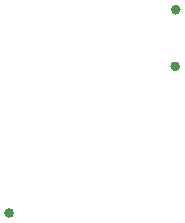
<source format=gbr>
G04 #@! TF.FileFunction,Glue,Top*
%FSLAX46Y46*%
G04 Gerber Fmt 4.6, Leading zero omitted, Abs format (unit mm)*
G04 Created by KiCad (PCBNEW 4.0.2-stable) date 4/8/2016 7:07:07 PM*
%MOMM*%
G01*
G04 APERTURE LIST*
%ADD10C,0.100000*%
%ADD11C,0.381000*%
G04 APERTURE END LIST*
D10*
D11*
X143706991Y-111500000D02*
G75*
G03X143706991Y-111500000I-206991J0D01*
G01*
X157763191Y-99085400D02*
G75*
G03X157763191Y-99085400I-206991J0D01*
G01*
X157813991Y-94284800D02*
G75*
G03X157813991Y-94284800I-206991J0D01*
G01*
M02*

</source>
